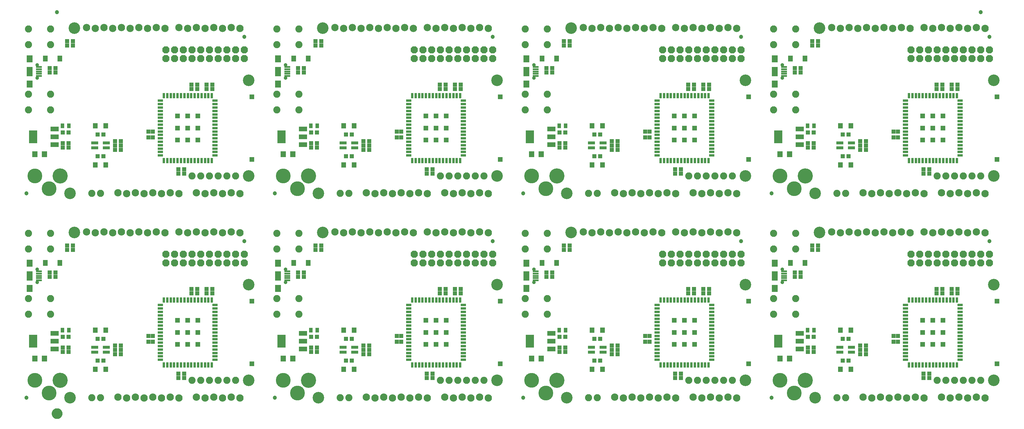
<source format=gts>
G04 EAGLE Gerber RS-274X export*
G75*
%MOMM*%
%FSLAX34Y34*%
%LPD*%
%INSoldermask Top*%
%IPPOS*%
%AMOC8*
5,1,8,0,0,1.08239X$1,22.5*%
G01*
%ADD10R,1.653200X0.603200*%
%ADD11C,1.053200*%
%ADD12R,1.700000X2.000000*%
%ADD13R,1.700000X2.700000*%
%ADD14R,1.303200X1.203200*%
%ADD15R,1.473200X1.673200*%
%ADD16R,1.603200X1.803200*%
%ADD17R,1.003200X1.403200*%
%ADD18C,4.419200*%
%ADD19C,4.318000*%
%ADD20C,2.082800*%
%ADD21R,1.403200X1.603200*%
%ADD22C,3.378200*%
%ADD23C,2.133600*%
%ADD24R,1.203200X1.303200*%
%ADD25R,0.803200X1.603200*%
%ADD26R,1.603200X0.803200*%
%ADD27R,1.403200X1.403200*%
%ADD28P,2.254402X8X22.500000*%
%ADD29C,1.203200*%
%ADD30R,2.438400X1.422400*%
%ADD31R,2.403200X3.803200*%
%ADD32R,2.003200X0.953200*%
%ADD33C,1.270000*%
%ADD34C,1.703200*%


D10*
X48840Y381000D03*
X48840Y387500D03*
X48840Y394000D03*
X48840Y374500D03*
X48840Y368000D03*
D11*
X43590Y400000D03*
X43590Y362000D03*
D12*
X21590Y417840D03*
X21590Y344160D03*
D13*
X21590Y381000D03*
D14*
X80400Y390600D03*
X97400Y390600D03*
X80400Y377900D03*
X97400Y377900D03*
D15*
X67400Y419100D03*
X110400Y419100D03*
D14*
X135500Y203200D03*
X118500Y203200D03*
D16*
X36800Y139700D03*
X64800Y139700D03*
D17*
X136000Y222250D03*
X118000Y222250D03*
D18*
X110838Y76200D03*
D19*
X37630Y75946D03*
X79060Y38584D03*
D20*
X83312Y459994D03*
X18288Y459994D03*
X83312Y505206D03*
X18288Y505206D03*
X83312Y269494D03*
X18288Y269494D03*
X83312Y314706D03*
X18288Y314706D03*
D14*
X131200Y469900D03*
X148200Y469900D03*
X131200Y457200D03*
X148200Y457200D03*
X270900Y152400D03*
X287900Y152400D03*
X270900Y165100D03*
X287900Y165100D03*
X270900Y177800D03*
X287900Y177800D03*
D21*
X243600Y222250D03*
X213600Y222250D03*
D14*
X237100Y196850D03*
X220100Y196850D03*
D21*
X243600Y107950D03*
X213600Y107950D03*
D14*
X237100Y133350D03*
X220100Y133350D03*
D22*
X152400Y508000D03*
X660400Y355600D03*
X660400Y76200D03*
X139700Y25400D03*
D23*
X279400Y26670D03*
X304800Y24130D03*
X330200Y26670D03*
X355600Y24130D03*
X381000Y26670D03*
X406400Y24130D03*
X431800Y26670D03*
X457200Y24130D03*
X508000Y26670D03*
X533400Y24130D03*
X558800Y26670D03*
X584200Y24130D03*
X609600Y26670D03*
X635000Y24130D03*
X635000Y506730D03*
X609600Y509270D03*
X584200Y506730D03*
X558800Y509270D03*
X533400Y506730D03*
X508000Y509270D03*
X482600Y506730D03*
X457200Y509270D03*
X416560Y506730D03*
X391160Y509270D03*
X365760Y506730D03*
X340360Y509270D03*
X314960Y506730D03*
X289560Y509270D03*
X264160Y506730D03*
X238760Y509270D03*
X213360Y506730D03*
X187960Y509270D03*
D14*
X455050Y95250D03*
X472050Y95250D03*
X510150Y330200D03*
X493150Y330200D03*
D24*
X381000Y188350D03*
X381000Y205350D03*
D14*
X537600Y330200D03*
X554600Y330200D03*
X455050Y82550D03*
X472050Y82550D03*
X510150Y342900D03*
X493150Y342900D03*
D24*
X368300Y188350D03*
X368300Y205350D03*
D14*
X537600Y342900D03*
X554600Y342900D03*
D25*
X553100Y310900D03*
X543100Y310900D03*
X533100Y310900D03*
X523100Y310900D03*
X513100Y310900D03*
X503100Y310900D03*
X493100Y310900D03*
X483100Y310900D03*
X473100Y310900D03*
X463100Y310900D03*
X453100Y310900D03*
X443100Y310900D03*
X433100Y310900D03*
X423100Y310900D03*
X413100Y310900D03*
D26*
X403100Y295900D03*
X403100Y285900D03*
X403100Y275900D03*
X403100Y265900D03*
X403100Y255900D03*
X403100Y245900D03*
X403100Y235900D03*
X403100Y225900D03*
X403100Y215900D03*
X403100Y205900D03*
X403100Y195900D03*
X403100Y185900D03*
X403100Y175900D03*
X403100Y165900D03*
X403100Y155900D03*
X403100Y145900D03*
X403100Y135900D03*
D25*
X413100Y120900D03*
X423100Y120900D03*
X433100Y120900D03*
X443100Y120900D03*
X453100Y120900D03*
X463100Y120900D03*
X473100Y120900D03*
X483100Y120900D03*
X493100Y120900D03*
X503100Y120900D03*
X513100Y120900D03*
X523100Y120900D03*
X533100Y120900D03*
X543100Y120900D03*
X553100Y120900D03*
D26*
X562100Y135900D03*
X562100Y145900D03*
X562100Y155900D03*
X562100Y165900D03*
X562100Y175900D03*
X562100Y185900D03*
X562100Y195900D03*
X562100Y205900D03*
X562100Y215900D03*
X562100Y225900D03*
X562100Y235900D03*
X562100Y245900D03*
X562100Y255900D03*
X562100Y265900D03*
X562100Y275900D03*
X562100Y285900D03*
X562100Y295900D03*
D27*
X512600Y250900D03*
X482600Y250900D03*
X452600Y250900D03*
X512600Y215900D03*
X482600Y215900D03*
X452600Y215900D03*
X512600Y180900D03*
X482600Y180900D03*
X452600Y180900D03*
X669300Y124700D03*
X669300Y307100D03*
D28*
X419100Y419100D03*
X419100Y444500D03*
X444500Y419100D03*
X444500Y444500D03*
X469900Y419100D03*
X469900Y444500D03*
X495300Y419100D03*
X495300Y444500D03*
X520700Y419100D03*
X520700Y444500D03*
X546100Y419100D03*
X546100Y444500D03*
X571500Y419100D03*
X571500Y444500D03*
X596900Y419100D03*
X596900Y444500D03*
X622300Y419100D03*
X622300Y444500D03*
X647700Y419100D03*
X647700Y444500D03*
D20*
X622300Y76200D03*
X596900Y76200D03*
X571500Y76200D03*
X546100Y76200D03*
X520700Y76200D03*
X495300Y76200D03*
X228600Y25400D03*
X203200Y25400D03*
D29*
X12700Y25400D03*
X647700Y482600D03*
D14*
X135500Y158750D03*
X118500Y158750D03*
X118500Y171450D03*
X135500Y171450D03*
D30*
X94488Y167386D03*
X94488Y190500D03*
X94488Y213614D03*
D31*
X32510Y190500D03*
D32*
X245600Y172350D03*
X245600Y157850D03*
X211600Y157850D03*
X211600Y172350D03*
D10*
X772740Y381000D03*
X772740Y387500D03*
X772740Y394000D03*
X772740Y374500D03*
X772740Y368000D03*
D11*
X767490Y400000D03*
X767490Y362000D03*
D12*
X745490Y417840D03*
X745490Y344160D03*
D13*
X745490Y381000D03*
D14*
X804300Y390600D03*
X821300Y390600D03*
X804300Y377900D03*
X821300Y377900D03*
D15*
X791300Y419100D03*
X834300Y419100D03*
D14*
X859400Y203200D03*
X842400Y203200D03*
D16*
X760700Y139700D03*
X788700Y139700D03*
D17*
X859900Y222250D03*
X841900Y222250D03*
D18*
X834738Y76200D03*
D19*
X761530Y75946D03*
X802960Y38584D03*
D20*
X807212Y459994D03*
X742188Y459994D03*
X807212Y505206D03*
X742188Y505206D03*
X807212Y269494D03*
X742188Y269494D03*
X807212Y314706D03*
X742188Y314706D03*
D14*
X855100Y469900D03*
X872100Y469900D03*
X855100Y457200D03*
X872100Y457200D03*
X994800Y152400D03*
X1011800Y152400D03*
X994800Y165100D03*
X1011800Y165100D03*
X994800Y177800D03*
X1011800Y177800D03*
D21*
X967500Y222250D03*
X937500Y222250D03*
D14*
X961000Y196850D03*
X944000Y196850D03*
D21*
X967500Y107950D03*
X937500Y107950D03*
D14*
X961000Y133350D03*
X944000Y133350D03*
D22*
X876300Y508000D03*
X1384300Y355600D03*
X1384300Y76200D03*
X863600Y25400D03*
D23*
X1003300Y26670D03*
X1028700Y24130D03*
X1054100Y26670D03*
X1079500Y24130D03*
X1104900Y26670D03*
X1130300Y24130D03*
X1155700Y26670D03*
X1181100Y24130D03*
X1231900Y26670D03*
X1257300Y24130D03*
X1282700Y26670D03*
X1308100Y24130D03*
X1333500Y26670D03*
X1358900Y24130D03*
X1358900Y506730D03*
X1333500Y509270D03*
X1308100Y506730D03*
X1282700Y509270D03*
X1257300Y506730D03*
X1231900Y509270D03*
X1206500Y506730D03*
X1181100Y509270D03*
X1140460Y506730D03*
X1115060Y509270D03*
X1089660Y506730D03*
X1064260Y509270D03*
X1038860Y506730D03*
X1013460Y509270D03*
X988060Y506730D03*
X962660Y509270D03*
X937260Y506730D03*
X911860Y509270D03*
D14*
X1178950Y95250D03*
X1195950Y95250D03*
X1234050Y330200D03*
X1217050Y330200D03*
D24*
X1104900Y188350D03*
X1104900Y205350D03*
D14*
X1261500Y330200D03*
X1278500Y330200D03*
X1178950Y82550D03*
X1195950Y82550D03*
X1234050Y342900D03*
X1217050Y342900D03*
D24*
X1092200Y188350D03*
X1092200Y205350D03*
D14*
X1261500Y342900D03*
X1278500Y342900D03*
D25*
X1277000Y310900D03*
X1267000Y310900D03*
X1257000Y310900D03*
X1247000Y310900D03*
X1237000Y310900D03*
X1227000Y310900D03*
X1217000Y310900D03*
X1207000Y310900D03*
X1197000Y310900D03*
X1187000Y310900D03*
X1177000Y310900D03*
X1167000Y310900D03*
X1157000Y310900D03*
X1147000Y310900D03*
X1137000Y310900D03*
D26*
X1127000Y295900D03*
X1127000Y285900D03*
X1127000Y275900D03*
X1127000Y265900D03*
X1127000Y255900D03*
X1127000Y245900D03*
X1127000Y235900D03*
X1127000Y225900D03*
X1127000Y215900D03*
X1127000Y205900D03*
X1127000Y195900D03*
X1127000Y185900D03*
X1127000Y175900D03*
X1127000Y165900D03*
X1127000Y155900D03*
X1127000Y145900D03*
X1127000Y135900D03*
D25*
X1137000Y120900D03*
X1147000Y120900D03*
X1157000Y120900D03*
X1167000Y120900D03*
X1177000Y120900D03*
X1187000Y120900D03*
X1197000Y120900D03*
X1207000Y120900D03*
X1217000Y120900D03*
X1227000Y120900D03*
X1237000Y120900D03*
X1247000Y120900D03*
X1257000Y120900D03*
X1267000Y120900D03*
X1277000Y120900D03*
D26*
X1286000Y135900D03*
X1286000Y145900D03*
X1286000Y155900D03*
X1286000Y165900D03*
X1286000Y175900D03*
X1286000Y185900D03*
X1286000Y195900D03*
X1286000Y205900D03*
X1286000Y215900D03*
X1286000Y225900D03*
X1286000Y235900D03*
X1286000Y245900D03*
X1286000Y255900D03*
X1286000Y265900D03*
X1286000Y275900D03*
X1286000Y285900D03*
X1286000Y295900D03*
D27*
X1236500Y250900D03*
X1206500Y250900D03*
X1176500Y250900D03*
X1236500Y215900D03*
X1206500Y215900D03*
X1176500Y215900D03*
X1236500Y180900D03*
X1206500Y180900D03*
X1176500Y180900D03*
X1393200Y124700D03*
X1393200Y307100D03*
D28*
X1143000Y419100D03*
X1143000Y444500D03*
X1168400Y419100D03*
X1168400Y444500D03*
X1193800Y419100D03*
X1193800Y444500D03*
X1219200Y419100D03*
X1219200Y444500D03*
X1244600Y419100D03*
X1244600Y444500D03*
X1270000Y419100D03*
X1270000Y444500D03*
X1295400Y419100D03*
X1295400Y444500D03*
X1320800Y419100D03*
X1320800Y444500D03*
X1346200Y419100D03*
X1346200Y444500D03*
X1371600Y419100D03*
X1371600Y444500D03*
D20*
X1346200Y76200D03*
X1320800Y76200D03*
X1295400Y76200D03*
X1270000Y76200D03*
X1244600Y76200D03*
X1219200Y76200D03*
X952500Y25400D03*
X927100Y25400D03*
D29*
X736600Y25400D03*
X1371600Y482600D03*
D14*
X859400Y158750D03*
X842400Y158750D03*
X842400Y171450D03*
X859400Y171450D03*
D30*
X818388Y167386D03*
X818388Y190500D03*
X818388Y213614D03*
D31*
X756410Y190500D03*
D32*
X969500Y172350D03*
X969500Y157850D03*
X935500Y157850D03*
X935500Y172350D03*
D10*
X1496640Y381000D03*
X1496640Y387500D03*
X1496640Y394000D03*
X1496640Y374500D03*
X1496640Y368000D03*
D11*
X1491390Y400000D03*
X1491390Y362000D03*
D12*
X1469390Y417840D03*
X1469390Y344160D03*
D13*
X1469390Y381000D03*
D14*
X1528200Y390600D03*
X1545200Y390600D03*
X1528200Y377900D03*
X1545200Y377900D03*
D15*
X1515200Y419100D03*
X1558200Y419100D03*
D14*
X1583300Y203200D03*
X1566300Y203200D03*
D16*
X1484600Y139700D03*
X1512600Y139700D03*
D17*
X1583800Y222250D03*
X1565800Y222250D03*
D18*
X1558638Y76200D03*
D19*
X1485430Y75946D03*
X1526860Y38584D03*
D20*
X1531112Y459994D03*
X1466088Y459994D03*
X1531112Y505206D03*
X1466088Y505206D03*
X1531112Y269494D03*
X1466088Y269494D03*
X1531112Y314706D03*
X1466088Y314706D03*
D14*
X1579000Y469900D03*
X1596000Y469900D03*
X1579000Y457200D03*
X1596000Y457200D03*
X1718700Y152400D03*
X1735700Y152400D03*
X1718700Y165100D03*
X1735700Y165100D03*
X1718700Y177800D03*
X1735700Y177800D03*
D21*
X1691400Y222250D03*
X1661400Y222250D03*
D14*
X1684900Y196850D03*
X1667900Y196850D03*
D21*
X1691400Y107950D03*
X1661400Y107950D03*
D14*
X1684900Y133350D03*
X1667900Y133350D03*
D22*
X1600200Y508000D03*
X2108200Y355600D03*
X2108200Y76200D03*
X1587500Y25400D03*
D23*
X1727200Y26670D03*
X1752600Y24130D03*
X1778000Y26670D03*
X1803400Y24130D03*
X1828800Y26670D03*
X1854200Y24130D03*
X1879600Y26670D03*
X1905000Y24130D03*
X1955800Y26670D03*
X1981200Y24130D03*
X2006600Y26670D03*
X2032000Y24130D03*
X2057400Y26670D03*
X2082800Y24130D03*
X2082800Y506730D03*
X2057400Y509270D03*
X2032000Y506730D03*
X2006600Y509270D03*
X1981200Y506730D03*
X1955800Y509270D03*
X1930400Y506730D03*
X1905000Y509270D03*
X1864360Y506730D03*
X1838960Y509270D03*
X1813560Y506730D03*
X1788160Y509270D03*
X1762760Y506730D03*
X1737360Y509270D03*
X1711960Y506730D03*
X1686560Y509270D03*
X1661160Y506730D03*
X1635760Y509270D03*
D14*
X1902850Y95250D03*
X1919850Y95250D03*
X1957950Y330200D03*
X1940950Y330200D03*
D24*
X1828800Y188350D03*
X1828800Y205350D03*
D14*
X1985400Y330200D03*
X2002400Y330200D03*
X1902850Y82550D03*
X1919850Y82550D03*
X1957950Y342900D03*
X1940950Y342900D03*
D24*
X1816100Y188350D03*
X1816100Y205350D03*
D14*
X1985400Y342900D03*
X2002400Y342900D03*
D25*
X2000900Y310900D03*
X1990900Y310900D03*
X1980900Y310900D03*
X1970900Y310900D03*
X1960900Y310900D03*
X1950900Y310900D03*
X1940900Y310900D03*
X1930900Y310900D03*
X1920900Y310900D03*
X1910900Y310900D03*
X1900900Y310900D03*
X1890900Y310900D03*
X1880900Y310900D03*
X1870900Y310900D03*
X1860900Y310900D03*
D26*
X1850900Y295900D03*
X1850900Y285900D03*
X1850900Y275900D03*
X1850900Y265900D03*
X1850900Y255900D03*
X1850900Y245900D03*
X1850900Y235900D03*
X1850900Y225900D03*
X1850900Y215900D03*
X1850900Y205900D03*
X1850900Y195900D03*
X1850900Y185900D03*
X1850900Y175900D03*
X1850900Y165900D03*
X1850900Y155900D03*
X1850900Y145900D03*
X1850900Y135900D03*
D25*
X1860900Y120900D03*
X1870900Y120900D03*
X1880900Y120900D03*
X1890900Y120900D03*
X1900900Y120900D03*
X1910900Y120900D03*
X1920900Y120900D03*
X1930900Y120900D03*
X1940900Y120900D03*
X1950900Y120900D03*
X1960900Y120900D03*
X1970900Y120900D03*
X1980900Y120900D03*
X1990900Y120900D03*
X2000900Y120900D03*
D26*
X2009900Y135900D03*
X2009900Y145900D03*
X2009900Y155900D03*
X2009900Y165900D03*
X2009900Y175900D03*
X2009900Y185900D03*
X2009900Y195900D03*
X2009900Y205900D03*
X2009900Y215900D03*
X2009900Y225900D03*
X2009900Y235900D03*
X2009900Y245900D03*
X2009900Y255900D03*
X2009900Y265900D03*
X2009900Y275900D03*
X2009900Y285900D03*
X2009900Y295900D03*
D27*
X1960400Y250900D03*
X1930400Y250900D03*
X1900400Y250900D03*
X1960400Y215900D03*
X1930400Y215900D03*
X1900400Y215900D03*
X1960400Y180900D03*
X1930400Y180900D03*
X1900400Y180900D03*
X2117100Y124700D03*
X2117100Y307100D03*
D28*
X1866900Y419100D03*
X1866900Y444500D03*
X1892300Y419100D03*
X1892300Y444500D03*
X1917700Y419100D03*
X1917700Y444500D03*
X1943100Y419100D03*
X1943100Y444500D03*
X1968500Y419100D03*
X1968500Y444500D03*
X1993900Y419100D03*
X1993900Y444500D03*
X2019300Y419100D03*
X2019300Y444500D03*
X2044700Y419100D03*
X2044700Y444500D03*
X2070100Y419100D03*
X2070100Y444500D03*
X2095500Y419100D03*
X2095500Y444500D03*
D20*
X2070100Y76200D03*
X2044700Y76200D03*
X2019300Y76200D03*
X1993900Y76200D03*
X1968500Y76200D03*
X1943100Y76200D03*
X1676400Y25400D03*
X1651000Y25400D03*
D29*
X1460500Y25400D03*
X2095500Y482600D03*
D14*
X1583300Y158750D03*
X1566300Y158750D03*
X1566300Y171450D03*
X1583300Y171450D03*
D30*
X1542288Y167386D03*
X1542288Y190500D03*
X1542288Y213614D03*
D31*
X1480310Y190500D03*
D32*
X1693400Y172350D03*
X1693400Y157850D03*
X1659400Y157850D03*
X1659400Y172350D03*
D10*
X2220540Y381000D03*
X2220540Y387500D03*
X2220540Y394000D03*
X2220540Y374500D03*
X2220540Y368000D03*
D11*
X2215290Y400000D03*
X2215290Y362000D03*
D12*
X2193290Y417840D03*
X2193290Y344160D03*
D13*
X2193290Y381000D03*
D14*
X2252100Y390600D03*
X2269100Y390600D03*
X2252100Y377900D03*
X2269100Y377900D03*
D15*
X2239100Y419100D03*
X2282100Y419100D03*
D14*
X2307200Y203200D03*
X2290200Y203200D03*
D16*
X2208500Y139700D03*
X2236500Y139700D03*
D17*
X2307700Y222250D03*
X2289700Y222250D03*
D18*
X2282538Y76200D03*
D19*
X2209330Y75946D03*
X2250760Y38584D03*
D20*
X2255012Y459994D03*
X2189988Y459994D03*
X2255012Y505206D03*
X2189988Y505206D03*
X2255012Y269494D03*
X2189988Y269494D03*
X2255012Y314706D03*
X2189988Y314706D03*
D14*
X2302900Y469900D03*
X2319900Y469900D03*
X2302900Y457200D03*
X2319900Y457200D03*
X2442600Y152400D03*
X2459600Y152400D03*
X2442600Y165100D03*
X2459600Y165100D03*
X2442600Y177800D03*
X2459600Y177800D03*
D21*
X2415300Y222250D03*
X2385300Y222250D03*
D14*
X2408800Y196850D03*
X2391800Y196850D03*
D21*
X2415300Y107950D03*
X2385300Y107950D03*
D14*
X2408800Y133350D03*
X2391800Y133350D03*
D22*
X2324100Y508000D03*
X2832100Y355600D03*
X2832100Y76200D03*
X2311400Y25400D03*
D23*
X2451100Y26670D03*
X2476500Y24130D03*
X2501900Y26670D03*
X2527300Y24130D03*
X2552700Y26670D03*
X2578100Y24130D03*
X2603500Y26670D03*
X2628900Y24130D03*
X2679700Y26670D03*
X2705100Y24130D03*
X2730500Y26670D03*
X2755900Y24130D03*
X2781300Y26670D03*
X2806700Y24130D03*
X2806700Y506730D03*
X2781300Y509270D03*
X2755900Y506730D03*
X2730500Y509270D03*
X2705100Y506730D03*
X2679700Y509270D03*
X2654300Y506730D03*
X2628900Y509270D03*
X2588260Y506730D03*
X2562860Y509270D03*
X2537460Y506730D03*
X2512060Y509270D03*
X2486660Y506730D03*
X2461260Y509270D03*
X2435860Y506730D03*
X2410460Y509270D03*
X2385060Y506730D03*
X2359660Y509270D03*
D14*
X2626750Y95250D03*
X2643750Y95250D03*
X2681850Y330200D03*
X2664850Y330200D03*
D24*
X2552700Y188350D03*
X2552700Y205350D03*
D14*
X2709300Y330200D03*
X2726300Y330200D03*
X2626750Y82550D03*
X2643750Y82550D03*
X2681850Y342900D03*
X2664850Y342900D03*
D24*
X2540000Y188350D03*
X2540000Y205350D03*
D14*
X2709300Y342900D03*
X2726300Y342900D03*
D25*
X2724800Y310900D03*
X2714800Y310900D03*
X2704800Y310900D03*
X2694800Y310900D03*
X2684800Y310900D03*
X2674800Y310900D03*
X2664800Y310900D03*
X2654800Y310900D03*
X2644800Y310900D03*
X2634800Y310900D03*
X2624800Y310900D03*
X2614800Y310900D03*
X2604800Y310900D03*
X2594800Y310900D03*
X2584800Y310900D03*
D26*
X2574800Y295900D03*
X2574800Y285900D03*
X2574800Y275900D03*
X2574800Y265900D03*
X2574800Y255900D03*
X2574800Y245900D03*
X2574800Y235900D03*
X2574800Y225900D03*
X2574800Y215900D03*
X2574800Y205900D03*
X2574800Y195900D03*
X2574800Y185900D03*
X2574800Y175900D03*
X2574800Y165900D03*
X2574800Y155900D03*
X2574800Y145900D03*
X2574800Y135900D03*
D25*
X2584800Y120900D03*
X2594800Y120900D03*
X2604800Y120900D03*
X2614800Y120900D03*
X2624800Y120900D03*
X2634800Y120900D03*
X2644800Y120900D03*
X2654800Y120900D03*
X2664800Y120900D03*
X2674800Y120900D03*
X2684800Y120900D03*
X2694800Y120900D03*
X2704800Y120900D03*
X2714800Y120900D03*
X2724800Y120900D03*
D26*
X2733800Y135900D03*
X2733800Y145900D03*
X2733800Y155900D03*
X2733800Y165900D03*
X2733800Y175900D03*
X2733800Y185900D03*
X2733800Y195900D03*
X2733800Y205900D03*
X2733800Y215900D03*
X2733800Y225900D03*
X2733800Y235900D03*
X2733800Y245900D03*
X2733800Y255900D03*
X2733800Y265900D03*
X2733800Y275900D03*
X2733800Y285900D03*
X2733800Y295900D03*
D27*
X2684300Y250900D03*
X2654300Y250900D03*
X2624300Y250900D03*
X2684300Y215900D03*
X2654300Y215900D03*
X2624300Y215900D03*
X2684300Y180900D03*
X2654300Y180900D03*
X2624300Y180900D03*
X2841000Y124700D03*
X2841000Y307100D03*
D28*
X2590800Y419100D03*
X2590800Y444500D03*
X2616200Y419100D03*
X2616200Y444500D03*
X2641600Y419100D03*
X2641600Y444500D03*
X2667000Y419100D03*
X2667000Y444500D03*
X2692400Y419100D03*
X2692400Y444500D03*
X2717800Y419100D03*
X2717800Y444500D03*
X2743200Y419100D03*
X2743200Y444500D03*
X2768600Y419100D03*
X2768600Y444500D03*
X2794000Y419100D03*
X2794000Y444500D03*
X2819400Y419100D03*
X2819400Y444500D03*
D20*
X2794000Y76200D03*
X2768600Y76200D03*
X2743200Y76200D03*
X2717800Y76200D03*
X2692400Y76200D03*
X2667000Y76200D03*
X2400300Y25400D03*
X2374900Y25400D03*
D29*
X2184400Y25400D03*
X2819400Y482600D03*
D14*
X2307200Y158750D03*
X2290200Y158750D03*
X2290200Y171450D03*
X2307200Y171450D03*
D30*
X2266188Y167386D03*
X2266188Y190500D03*
X2266188Y213614D03*
D31*
X2204210Y190500D03*
D32*
X2417300Y172350D03*
X2417300Y157850D03*
X2383300Y157850D03*
X2383300Y172350D03*
D10*
X48840Y977900D03*
X48840Y984400D03*
X48840Y990900D03*
X48840Y971400D03*
X48840Y964900D03*
D11*
X43590Y996900D03*
X43590Y958900D03*
D12*
X21590Y1014740D03*
X21590Y941060D03*
D13*
X21590Y977900D03*
D14*
X80400Y987500D03*
X97400Y987500D03*
X80400Y974800D03*
X97400Y974800D03*
D15*
X67400Y1016000D03*
X110400Y1016000D03*
D14*
X135500Y800100D03*
X118500Y800100D03*
D16*
X36800Y736600D03*
X64800Y736600D03*
D17*
X136000Y819150D03*
X118000Y819150D03*
D18*
X110838Y673100D03*
D19*
X37630Y672846D03*
X79060Y635484D03*
D20*
X83312Y1056894D03*
X18288Y1056894D03*
X83312Y1102106D03*
X18288Y1102106D03*
X83312Y866394D03*
X18288Y866394D03*
X83312Y911606D03*
X18288Y911606D03*
D14*
X131200Y1066800D03*
X148200Y1066800D03*
X131200Y1054100D03*
X148200Y1054100D03*
X270900Y749300D03*
X287900Y749300D03*
X270900Y762000D03*
X287900Y762000D03*
X270900Y774700D03*
X287900Y774700D03*
D21*
X243600Y819150D03*
X213600Y819150D03*
D14*
X237100Y793750D03*
X220100Y793750D03*
D21*
X243600Y704850D03*
X213600Y704850D03*
D14*
X237100Y730250D03*
X220100Y730250D03*
D22*
X152400Y1104900D03*
X660400Y952500D03*
X660400Y673100D03*
X139700Y622300D03*
D23*
X279400Y623570D03*
X304800Y621030D03*
X330200Y623570D03*
X355600Y621030D03*
X381000Y623570D03*
X406400Y621030D03*
X431800Y623570D03*
X457200Y621030D03*
X508000Y623570D03*
X533400Y621030D03*
X558800Y623570D03*
X584200Y621030D03*
X609600Y623570D03*
X635000Y621030D03*
X635000Y1103630D03*
X609600Y1106170D03*
X584200Y1103630D03*
X558800Y1106170D03*
X533400Y1103630D03*
X508000Y1106170D03*
X482600Y1103630D03*
X457200Y1106170D03*
X416560Y1103630D03*
X391160Y1106170D03*
X365760Y1103630D03*
X340360Y1106170D03*
X314960Y1103630D03*
X289560Y1106170D03*
X264160Y1103630D03*
X238760Y1106170D03*
X213360Y1103630D03*
X187960Y1106170D03*
D14*
X455050Y692150D03*
X472050Y692150D03*
X510150Y927100D03*
X493150Y927100D03*
D24*
X381000Y785250D03*
X381000Y802250D03*
D14*
X537600Y927100D03*
X554600Y927100D03*
X455050Y679450D03*
X472050Y679450D03*
X510150Y939800D03*
X493150Y939800D03*
D24*
X368300Y785250D03*
X368300Y802250D03*
D14*
X537600Y939800D03*
X554600Y939800D03*
D25*
X553100Y907800D03*
X543100Y907800D03*
X533100Y907800D03*
X523100Y907800D03*
X513100Y907800D03*
X503100Y907800D03*
X493100Y907800D03*
X483100Y907800D03*
X473100Y907800D03*
X463100Y907800D03*
X453100Y907800D03*
X443100Y907800D03*
X433100Y907800D03*
X423100Y907800D03*
X413100Y907800D03*
D26*
X403100Y892800D03*
X403100Y882800D03*
X403100Y872800D03*
X403100Y862800D03*
X403100Y852800D03*
X403100Y842800D03*
X403100Y832800D03*
X403100Y822800D03*
X403100Y812800D03*
X403100Y802800D03*
X403100Y792800D03*
X403100Y782800D03*
X403100Y772800D03*
X403100Y762800D03*
X403100Y752800D03*
X403100Y742800D03*
X403100Y732800D03*
D25*
X413100Y717800D03*
X423100Y717800D03*
X433100Y717800D03*
X443100Y717800D03*
X453100Y717800D03*
X463100Y717800D03*
X473100Y717800D03*
X483100Y717800D03*
X493100Y717800D03*
X503100Y717800D03*
X513100Y717800D03*
X523100Y717800D03*
X533100Y717800D03*
X543100Y717800D03*
X553100Y717800D03*
D26*
X562100Y732800D03*
X562100Y742800D03*
X562100Y752800D03*
X562100Y762800D03*
X562100Y772800D03*
X562100Y782800D03*
X562100Y792800D03*
X562100Y802800D03*
X562100Y812800D03*
X562100Y822800D03*
X562100Y832800D03*
X562100Y842800D03*
X562100Y852800D03*
X562100Y862800D03*
X562100Y872800D03*
X562100Y882800D03*
X562100Y892800D03*
D27*
X512600Y847800D03*
X482600Y847800D03*
X452600Y847800D03*
X512600Y812800D03*
X482600Y812800D03*
X452600Y812800D03*
X512600Y777800D03*
X482600Y777800D03*
X452600Y777800D03*
X669300Y721600D03*
X669300Y904000D03*
D28*
X419100Y1016000D03*
X419100Y1041400D03*
X444500Y1016000D03*
X444500Y1041400D03*
X469900Y1016000D03*
X469900Y1041400D03*
X495300Y1016000D03*
X495300Y1041400D03*
X520700Y1016000D03*
X520700Y1041400D03*
X546100Y1016000D03*
X546100Y1041400D03*
X571500Y1016000D03*
X571500Y1041400D03*
X596900Y1016000D03*
X596900Y1041400D03*
X622300Y1016000D03*
X622300Y1041400D03*
X647700Y1016000D03*
X647700Y1041400D03*
D20*
X622300Y673100D03*
X596900Y673100D03*
X571500Y673100D03*
X546100Y673100D03*
X520700Y673100D03*
X495300Y673100D03*
X228600Y622300D03*
X203200Y622300D03*
D29*
X12700Y622300D03*
X647700Y1079500D03*
D14*
X135500Y755650D03*
X118500Y755650D03*
X118500Y768350D03*
X135500Y768350D03*
D30*
X94488Y764286D03*
X94488Y787400D03*
X94488Y810514D03*
D31*
X32510Y787400D03*
D32*
X245600Y769250D03*
X245600Y754750D03*
X211600Y754750D03*
X211600Y769250D03*
D10*
X772740Y977900D03*
X772740Y984400D03*
X772740Y990900D03*
X772740Y971400D03*
X772740Y964900D03*
D11*
X767490Y996900D03*
X767490Y958900D03*
D12*
X745490Y1014740D03*
X745490Y941060D03*
D13*
X745490Y977900D03*
D14*
X804300Y987500D03*
X821300Y987500D03*
X804300Y974800D03*
X821300Y974800D03*
D15*
X791300Y1016000D03*
X834300Y1016000D03*
D14*
X859400Y800100D03*
X842400Y800100D03*
D16*
X760700Y736600D03*
X788700Y736600D03*
D17*
X859900Y819150D03*
X841900Y819150D03*
D18*
X834738Y673100D03*
D19*
X761530Y672846D03*
X802960Y635484D03*
D20*
X807212Y1056894D03*
X742188Y1056894D03*
X807212Y1102106D03*
X742188Y1102106D03*
X807212Y866394D03*
X742188Y866394D03*
X807212Y911606D03*
X742188Y911606D03*
D14*
X855100Y1066800D03*
X872100Y1066800D03*
X855100Y1054100D03*
X872100Y1054100D03*
X994800Y749300D03*
X1011800Y749300D03*
X994800Y762000D03*
X1011800Y762000D03*
X994800Y774700D03*
X1011800Y774700D03*
D21*
X967500Y819150D03*
X937500Y819150D03*
D14*
X961000Y793750D03*
X944000Y793750D03*
D21*
X967500Y704850D03*
X937500Y704850D03*
D14*
X961000Y730250D03*
X944000Y730250D03*
D22*
X876300Y1104900D03*
X1384300Y952500D03*
X1384300Y673100D03*
X863600Y622300D03*
D23*
X1003300Y623570D03*
X1028700Y621030D03*
X1054100Y623570D03*
X1079500Y621030D03*
X1104900Y623570D03*
X1130300Y621030D03*
X1155700Y623570D03*
X1181100Y621030D03*
X1231900Y623570D03*
X1257300Y621030D03*
X1282700Y623570D03*
X1308100Y621030D03*
X1333500Y623570D03*
X1358900Y621030D03*
X1358900Y1103630D03*
X1333500Y1106170D03*
X1308100Y1103630D03*
X1282700Y1106170D03*
X1257300Y1103630D03*
X1231900Y1106170D03*
X1206500Y1103630D03*
X1181100Y1106170D03*
X1140460Y1103630D03*
X1115060Y1106170D03*
X1089660Y1103630D03*
X1064260Y1106170D03*
X1038860Y1103630D03*
X1013460Y1106170D03*
X988060Y1103630D03*
X962660Y1106170D03*
X937260Y1103630D03*
X911860Y1106170D03*
D14*
X1178950Y692150D03*
X1195950Y692150D03*
X1234050Y927100D03*
X1217050Y927100D03*
D24*
X1104900Y785250D03*
X1104900Y802250D03*
D14*
X1261500Y927100D03*
X1278500Y927100D03*
X1178950Y679450D03*
X1195950Y679450D03*
X1234050Y939800D03*
X1217050Y939800D03*
D24*
X1092200Y785250D03*
X1092200Y802250D03*
D14*
X1261500Y939800D03*
X1278500Y939800D03*
D25*
X1277000Y907800D03*
X1267000Y907800D03*
X1257000Y907800D03*
X1247000Y907800D03*
X1237000Y907800D03*
X1227000Y907800D03*
X1217000Y907800D03*
X1207000Y907800D03*
X1197000Y907800D03*
X1187000Y907800D03*
X1177000Y907800D03*
X1167000Y907800D03*
X1157000Y907800D03*
X1147000Y907800D03*
X1137000Y907800D03*
D26*
X1127000Y892800D03*
X1127000Y882800D03*
X1127000Y872800D03*
X1127000Y862800D03*
X1127000Y852800D03*
X1127000Y842800D03*
X1127000Y832800D03*
X1127000Y822800D03*
X1127000Y812800D03*
X1127000Y802800D03*
X1127000Y792800D03*
X1127000Y782800D03*
X1127000Y772800D03*
X1127000Y762800D03*
X1127000Y752800D03*
X1127000Y742800D03*
X1127000Y732800D03*
D25*
X1137000Y717800D03*
X1147000Y717800D03*
X1157000Y717800D03*
X1167000Y717800D03*
X1177000Y717800D03*
X1187000Y717800D03*
X1197000Y717800D03*
X1207000Y717800D03*
X1217000Y717800D03*
X1227000Y717800D03*
X1237000Y717800D03*
X1247000Y717800D03*
X1257000Y717800D03*
X1267000Y717800D03*
X1277000Y717800D03*
D26*
X1286000Y732800D03*
X1286000Y742800D03*
X1286000Y752800D03*
X1286000Y762800D03*
X1286000Y772800D03*
X1286000Y782800D03*
X1286000Y792800D03*
X1286000Y802800D03*
X1286000Y812800D03*
X1286000Y822800D03*
X1286000Y832800D03*
X1286000Y842800D03*
X1286000Y852800D03*
X1286000Y862800D03*
X1286000Y872800D03*
X1286000Y882800D03*
X1286000Y892800D03*
D27*
X1236500Y847800D03*
X1206500Y847800D03*
X1176500Y847800D03*
X1236500Y812800D03*
X1206500Y812800D03*
X1176500Y812800D03*
X1236500Y777800D03*
X1206500Y777800D03*
X1176500Y777800D03*
X1393200Y721600D03*
X1393200Y904000D03*
D28*
X1143000Y1016000D03*
X1143000Y1041400D03*
X1168400Y1016000D03*
X1168400Y1041400D03*
X1193800Y1016000D03*
X1193800Y1041400D03*
X1219200Y1016000D03*
X1219200Y1041400D03*
X1244600Y1016000D03*
X1244600Y1041400D03*
X1270000Y1016000D03*
X1270000Y1041400D03*
X1295400Y1016000D03*
X1295400Y1041400D03*
X1320800Y1016000D03*
X1320800Y1041400D03*
X1346200Y1016000D03*
X1346200Y1041400D03*
X1371600Y1016000D03*
X1371600Y1041400D03*
D20*
X1346200Y673100D03*
X1320800Y673100D03*
X1295400Y673100D03*
X1270000Y673100D03*
X1244600Y673100D03*
X1219200Y673100D03*
X952500Y622300D03*
X927100Y622300D03*
D29*
X736600Y622300D03*
X1371600Y1079500D03*
D14*
X859400Y755650D03*
X842400Y755650D03*
X842400Y768350D03*
X859400Y768350D03*
D30*
X818388Y764286D03*
X818388Y787400D03*
X818388Y810514D03*
D31*
X756410Y787400D03*
D32*
X969500Y769250D03*
X969500Y754750D03*
X935500Y754750D03*
X935500Y769250D03*
D10*
X1496640Y977900D03*
X1496640Y984400D03*
X1496640Y990900D03*
X1496640Y971400D03*
X1496640Y964900D03*
D11*
X1491390Y996900D03*
X1491390Y958900D03*
D12*
X1469390Y1014740D03*
X1469390Y941060D03*
D13*
X1469390Y977900D03*
D14*
X1528200Y987500D03*
X1545200Y987500D03*
X1528200Y974800D03*
X1545200Y974800D03*
D15*
X1515200Y1016000D03*
X1558200Y1016000D03*
D14*
X1583300Y800100D03*
X1566300Y800100D03*
D16*
X1484600Y736600D03*
X1512600Y736600D03*
D17*
X1583800Y819150D03*
X1565800Y819150D03*
D18*
X1558638Y673100D03*
D19*
X1485430Y672846D03*
X1526860Y635484D03*
D20*
X1531112Y1056894D03*
X1466088Y1056894D03*
X1531112Y1102106D03*
X1466088Y1102106D03*
X1531112Y866394D03*
X1466088Y866394D03*
X1531112Y911606D03*
X1466088Y911606D03*
D14*
X1579000Y1066800D03*
X1596000Y1066800D03*
X1579000Y1054100D03*
X1596000Y1054100D03*
X1718700Y749300D03*
X1735700Y749300D03*
X1718700Y762000D03*
X1735700Y762000D03*
X1718700Y774700D03*
X1735700Y774700D03*
D21*
X1691400Y819150D03*
X1661400Y819150D03*
D14*
X1684900Y793750D03*
X1667900Y793750D03*
D21*
X1691400Y704850D03*
X1661400Y704850D03*
D14*
X1684900Y730250D03*
X1667900Y730250D03*
D22*
X1600200Y1104900D03*
X2108200Y952500D03*
X2108200Y673100D03*
X1587500Y622300D03*
D23*
X1727200Y623570D03*
X1752600Y621030D03*
X1778000Y623570D03*
X1803400Y621030D03*
X1828800Y623570D03*
X1854200Y621030D03*
X1879600Y623570D03*
X1905000Y621030D03*
X1955800Y623570D03*
X1981200Y621030D03*
X2006600Y623570D03*
X2032000Y621030D03*
X2057400Y623570D03*
X2082800Y621030D03*
X2082800Y1103630D03*
X2057400Y1106170D03*
X2032000Y1103630D03*
X2006600Y1106170D03*
X1981200Y1103630D03*
X1955800Y1106170D03*
X1930400Y1103630D03*
X1905000Y1106170D03*
X1864360Y1103630D03*
X1838960Y1106170D03*
X1813560Y1103630D03*
X1788160Y1106170D03*
X1762760Y1103630D03*
X1737360Y1106170D03*
X1711960Y1103630D03*
X1686560Y1106170D03*
X1661160Y1103630D03*
X1635760Y1106170D03*
D14*
X1902850Y692150D03*
X1919850Y692150D03*
X1957950Y927100D03*
X1940950Y927100D03*
D24*
X1828800Y785250D03*
X1828800Y802250D03*
D14*
X1985400Y927100D03*
X2002400Y927100D03*
X1902850Y679450D03*
X1919850Y679450D03*
X1957950Y939800D03*
X1940950Y939800D03*
D24*
X1816100Y785250D03*
X1816100Y802250D03*
D14*
X1985400Y939800D03*
X2002400Y939800D03*
D25*
X2000900Y907800D03*
X1990900Y907800D03*
X1980900Y907800D03*
X1970900Y907800D03*
X1960900Y907800D03*
X1950900Y907800D03*
X1940900Y907800D03*
X1930900Y907800D03*
X1920900Y907800D03*
X1910900Y907800D03*
X1900900Y907800D03*
X1890900Y907800D03*
X1880900Y907800D03*
X1870900Y907800D03*
X1860900Y907800D03*
D26*
X1850900Y892800D03*
X1850900Y882800D03*
X1850900Y872800D03*
X1850900Y862800D03*
X1850900Y852800D03*
X1850900Y842800D03*
X1850900Y832800D03*
X1850900Y822800D03*
X1850900Y812800D03*
X1850900Y802800D03*
X1850900Y792800D03*
X1850900Y782800D03*
X1850900Y772800D03*
X1850900Y762800D03*
X1850900Y752800D03*
X1850900Y742800D03*
X1850900Y732800D03*
D25*
X1860900Y717800D03*
X1870900Y717800D03*
X1880900Y717800D03*
X1890900Y717800D03*
X1900900Y717800D03*
X1910900Y717800D03*
X1920900Y717800D03*
X1930900Y717800D03*
X1940900Y717800D03*
X1950900Y717800D03*
X1960900Y717800D03*
X1970900Y717800D03*
X1980900Y717800D03*
X1990900Y717800D03*
X2000900Y717800D03*
D26*
X2009900Y732800D03*
X2009900Y742800D03*
X2009900Y752800D03*
X2009900Y762800D03*
X2009900Y772800D03*
X2009900Y782800D03*
X2009900Y792800D03*
X2009900Y802800D03*
X2009900Y812800D03*
X2009900Y822800D03*
X2009900Y832800D03*
X2009900Y842800D03*
X2009900Y852800D03*
X2009900Y862800D03*
X2009900Y872800D03*
X2009900Y882800D03*
X2009900Y892800D03*
D27*
X1960400Y847800D03*
X1930400Y847800D03*
X1900400Y847800D03*
X1960400Y812800D03*
X1930400Y812800D03*
X1900400Y812800D03*
X1960400Y777800D03*
X1930400Y777800D03*
X1900400Y777800D03*
X2117100Y721600D03*
X2117100Y904000D03*
D28*
X1866900Y1016000D03*
X1866900Y1041400D03*
X1892300Y1016000D03*
X1892300Y1041400D03*
X1917700Y1016000D03*
X1917700Y1041400D03*
X1943100Y1016000D03*
X1943100Y1041400D03*
X1968500Y1016000D03*
X1968500Y1041400D03*
X1993900Y1016000D03*
X1993900Y1041400D03*
X2019300Y1016000D03*
X2019300Y1041400D03*
X2044700Y1016000D03*
X2044700Y1041400D03*
X2070100Y1016000D03*
X2070100Y1041400D03*
X2095500Y1016000D03*
X2095500Y1041400D03*
D20*
X2070100Y673100D03*
X2044700Y673100D03*
X2019300Y673100D03*
X1993900Y673100D03*
X1968500Y673100D03*
X1943100Y673100D03*
X1676400Y622300D03*
X1651000Y622300D03*
D29*
X1460500Y622300D03*
X2095500Y1079500D03*
D14*
X1583300Y755650D03*
X1566300Y755650D03*
X1566300Y768350D03*
X1583300Y768350D03*
D30*
X1542288Y764286D03*
X1542288Y787400D03*
X1542288Y810514D03*
D31*
X1480310Y787400D03*
D32*
X1693400Y769250D03*
X1693400Y754750D03*
X1659400Y754750D03*
X1659400Y769250D03*
D10*
X2220540Y977900D03*
X2220540Y984400D03*
X2220540Y990900D03*
X2220540Y971400D03*
X2220540Y964900D03*
D11*
X2215290Y996900D03*
X2215290Y958900D03*
D12*
X2193290Y1014740D03*
X2193290Y941060D03*
D13*
X2193290Y977900D03*
D14*
X2252100Y987500D03*
X2269100Y987500D03*
X2252100Y974800D03*
X2269100Y974800D03*
D15*
X2239100Y1016000D03*
X2282100Y1016000D03*
D14*
X2307200Y800100D03*
X2290200Y800100D03*
D16*
X2208500Y736600D03*
X2236500Y736600D03*
D17*
X2307700Y819150D03*
X2289700Y819150D03*
D18*
X2282538Y673100D03*
D19*
X2209330Y672846D03*
X2250760Y635484D03*
D20*
X2255012Y1056894D03*
X2189988Y1056894D03*
X2255012Y1102106D03*
X2189988Y1102106D03*
X2255012Y866394D03*
X2189988Y866394D03*
X2255012Y911606D03*
X2189988Y911606D03*
D14*
X2302900Y1066800D03*
X2319900Y1066800D03*
X2302900Y1054100D03*
X2319900Y1054100D03*
X2442600Y749300D03*
X2459600Y749300D03*
X2442600Y762000D03*
X2459600Y762000D03*
X2442600Y774700D03*
X2459600Y774700D03*
D21*
X2415300Y819150D03*
X2385300Y819150D03*
D14*
X2408800Y793750D03*
X2391800Y793750D03*
D21*
X2415300Y704850D03*
X2385300Y704850D03*
D14*
X2408800Y730250D03*
X2391800Y730250D03*
D22*
X2324100Y1104900D03*
X2832100Y952500D03*
X2832100Y673100D03*
X2311400Y622300D03*
D23*
X2451100Y623570D03*
X2476500Y621030D03*
X2501900Y623570D03*
X2527300Y621030D03*
X2552700Y623570D03*
X2578100Y621030D03*
X2603500Y623570D03*
X2628900Y621030D03*
X2679700Y623570D03*
X2705100Y621030D03*
X2730500Y623570D03*
X2755900Y621030D03*
X2781300Y623570D03*
X2806700Y621030D03*
X2806700Y1103630D03*
X2781300Y1106170D03*
X2755900Y1103630D03*
X2730500Y1106170D03*
X2705100Y1103630D03*
X2679700Y1106170D03*
X2654300Y1103630D03*
X2628900Y1106170D03*
X2588260Y1103630D03*
X2562860Y1106170D03*
X2537460Y1103630D03*
X2512060Y1106170D03*
X2486660Y1103630D03*
X2461260Y1106170D03*
X2435860Y1103630D03*
X2410460Y1106170D03*
X2385060Y1103630D03*
X2359660Y1106170D03*
D14*
X2626750Y692150D03*
X2643750Y692150D03*
X2681850Y927100D03*
X2664850Y927100D03*
D24*
X2552700Y785250D03*
X2552700Y802250D03*
D14*
X2709300Y927100D03*
X2726300Y927100D03*
X2626750Y679450D03*
X2643750Y679450D03*
X2681850Y939800D03*
X2664850Y939800D03*
D24*
X2540000Y785250D03*
X2540000Y802250D03*
D14*
X2709300Y939800D03*
X2726300Y939800D03*
D25*
X2724800Y907800D03*
X2714800Y907800D03*
X2704800Y907800D03*
X2694800Y907800D03*
X2684800Y907800D03*
X2674800Y907800D03*
X2664800Y907800D03*
X2654800Y907800D03*
X2644800Y907800D03*
X2634800Y907800D03*
X2624800Y907800D03*
X2614800Y907800D03*
X2604800Y907800D03*
X2594800Y907800D03*
X2584800Y907800D03*
D26*
X2574800Y892800D03*
X2574800Y882800D03*
X2574800Y872800D03*
X2574800Y862800D03*
X2574800Y852800D03*
X2574800Y842800D03*
X2574800Y832800D03*
X2574800Y822800D03*
X2574800Y812800D03*
X2574800Y802800D03*
X2574800Y792800D03*
X2574800Y782800D03*
X2574800Y772800D03*
X2574800Y762800D03*
X2574800Y752800D03*
X2574800Y742800D03*
X2574800Y732800D03*
D25*
X2584800Y717800D03*
X2594800Y717800D03*
X2604800Y717800D03*
X2614800Y717800D03*
X2624800Y717800D03*
X2634800Y717800D03*
X2644800Y717800D03*
X2654800Y717800D03*
X2664800Y717800D03*
X2674800Y717800D03*
X2684800Y717800D03*
X2694800Y717800D03*
X2704800Y717800D03*
X2714800Y717800D03*
X2724800Y717800D03*
D26*
X2733800Y732800D03*
X2733800Y742800D03*
X2733800Y752800D03*
X2733800Y762800D03*
X2733800Y772800D03*
X2733800Y782800D03*
X2733800Y792800D03*
X2733800Y802800D03*
X2733800Y812800D03*
X2733800Y822800D03*
X2733800Y832800D03*
X2733800Y842800D03*
X2733800Y852800D03*
X2733800Y862800D03*
X2733800Y872800D03*
X2733800Y882800D03*
X2733800Y892800D03*
D27*
X2684300Y847800D03*
X2654300Y847800D03*
X2624300Y847800D03*
X2684300Y812800D03*
X2654300Y812800D03*
X2624300Y812800D03*
X2684300Y777800D03*
X2654300Y777800D03*
X2624300Y777800D03*
X2841000Y721600D03*
X2841000Y904000D03*
D28*
X2590800Y1016000D03*
X2590800Y1041400D03*
X2616200Y1016000D03*
X2616200Y1041400D03*
X2641600Y1016000D03*
X2641600Y1041400D03*
X2667000Y1016000D03*
X2667000Y1041400D03*
X2692400Y1016000D03*
X2692400Y1041400D03*
X2717800Y1016000D03*
X2717800Y1041400D03*
X2743200Y1016000D03*
X2743200Y1041400D03*
X2768600Y1016000D03*
X2768600Y1041400D03*
X2794000Y1016000D03*
X2794000Y1041400D03*
X2819400Y1016000D03*
X2819400Y1041400D03*
D20*
X2794000Y673100D03*
X2768600Y673100D03*
X2743200Y673100D03*
X2717800Y673100D03*
X2692400Y673100D03*
X2667000Y673100D03*
X2400300Y622300D03*
X2374900Y622300D03*
D29*
X2184400Y622300D03*
X2819400Y1079500D03*
D14*
X2307200Y755650D03*
X2290200Y755650D03*
X2290200Y768350D03*
X2307200Y768350D03*
D30*
X2266188Y764286D03*
X2266188Y787400D03*
X2266188Y810514D03*
D31*
X2204210Y787400D03*
D32*
X2417300Y769250D03*
X2417300Y754750D03*
X2383300Y754750D03*
X2383300Y769250D03*
D29*
X101600Y1151255D03*
X2794000Y1151255D03*
D33*
X92545Y-20955D02*
X92548Y-20733D01*
X92556Y-20511D01*
X92570Y-20289D01*
X92589Y-20067D01*
X92613Y-19847D01*
X92643Y-19626D01*
X92678Y-19407D01*
X92719Y-19188D01*
X92765Y-18971D01*
X92816Y-18755D01*
X92873Y-18540D01*
X92935Y-18326D01*
X93002Y-18115D01*
X93074Y-17904D01*
X93152Y-17696D01*
X93234Y-17490D01*
X93322Y-17286D01*
X93414Y-17083D01*
X93512Y-16884D01*
X93614Y-16687D01*
X93721Y-16492D01*
X93833Y-16300D01*
X93950Y-16111D01*
X94071Y-15924D01*
X94197Y-15741D01*
X94327Y-15561D01*
X94462Y-15384D01*
X94600Y-15211D01*
X94743Y-15041D01*
X94891Y-14874D01*
X95042Y-14711D01*
X95197Y-14552D01*
X95356Y-14397D01*
X95519Y-14246D01*
X95686Y-14098D01*
X95856Y-13955D01*
X96029Y-13817D01*
X96206Y-13682D01*
X96386Y-13552D01*
X96569Y-13426D01*
X96756Y-13305D01*
X96945Y-13188D01*
X97137Y-13076D01*
X97332Y-12969D01*
X97529Y-12867D01*
X97728Y-12769D01*
X97931Y-12677D01*
X98135Y-12589D01*
X98341Y-12507D01*
X98549Y-12429D01*
X98760Y-12357D01*
X98971Y-12290D01*
X99185Y-12228D01*
X99400Y-12171D01*
X99616Y-12120D01*
X99833Y-12074D01*
X100052Y-12033D01*
X100271Y-11998D01*
X100492Y-11968D01*
X100712Y-11944D01*
X100934Y-11925D01*
X101156Y-11911D01*
X101378Y-11903D01*
X101600Y-11900D01*
X101822Y-11903D01*
X102044Y-11911D01*
X102266Y-11925D01*
X102488Y-11944D01*
X102708Y-11968D01*
X102929Y-11998D01*
X103148Y-12033D01*
X103367Y-12074D01*
X103584Y-12120D01*
X103800Y-12171D01*
X104015Y-12228D01*
X104229Y-12290D01*
X104440Y-12357D01*
X104651Y-12429D01*
X104859Y-12507D01*
X105065Y-12589D01*
X105269Y-12677D01*
X105472Y-12769D01*
X105671Y-12867D01*
X105868Y-12969D01*
X106063Y-13076D01*
X106255Y-13188D01*
X106444Y-13305D01*
X106631Y-13426D01*
X106814Y-13552D01*
X106994Y-13682D01*
X107171Y-13817D01*
X107344Y-13955D01*
X107514Y-14098D01*
X107681Y-14246D01*
X107844Y-14397D01*
X108003Y-14552D01*
X108158Y-14711D01*
X108309Y-14874D01*
X108457Y-15041D01*
X108600Y-15211D01*
X108738Y-15384D01*
X108873Y-15561D01*
X109003Y-15741D01*
X109129Y-15924D01*
X109250Y-16111D01*
X109367Y-16300D01*
X109479Y-16492D01*
X109586Y-16687D01*
X109688Y-16884D01*
X109786Y-17083D01*
X109878Y-17286D01*
X109966Y-17490D01*
X110048Y-17696D01*
X110126Y-17904D01*
X110198Y-18115D01*
X110265Y-18326D01*
X110327Y-18540D01*
X110384Y-18755D01*
X110435Y-18971D01*
X110481Y-19188D01*
X110522Y-19407D01*
X110557Y-19626D01*
X110587Y-19847D01*
X110611Y-20067D01*
X110630Y-20289D01*
X110644Y-20511D01*
X110652Y-20733D01*
X110655Y-20955D01*
X110652Y-21177D01*
X110644Y-21399D01*
X110630Y-21621D01*
X110611Y-21843D01*
X110587Y-22063D01*
X110557Y-22284D01*
X110522Y-22503D01*
X110481Y-22722D01*
X110435Y-22939D01*
X110384Y-23155D01*
X110327Y-23370D01*
X110265Y-23584D01*
X110198Y-23795D01*
X110126Y-24006D01*
X110048Y-24214D01*
X109966Y-24420D01*
X109878Y-24624D01*
X109786Y-24827D01*
X109688Y-25026D01*
X109586Y-25223D01*
X109479Y-25418D01*
X109367Y-25610D01*
X109250Y-25799D01*
X109129Y-25986D01*
X109003Y-26169D01*
X108873Y-26349D01*
X108738Y-26526D01*
X108600Y-26699D01*
X108457Y-26869D01*
X108309Y-27036D01*
X108158Y-27199D01*
X108003Y-27358D01*
X107844Y-27513D01*
X107681Y-27664D01*
X107514Y-27812D01*
X107344Y-27955D01*
X107171Y-28093D01*
X106994Y-28228D01*
X106814Y-28358D01*
X106631Y-28484D01*
X106444Y-28605D01*
X106255Y-28722D01*
X106063Y-28834D01*
X105868Y-28941D01*
X105671Y-29043D01*
X105472Y-29141D01*
X105269Y-29233D01*
X105065Y-29321D01*
X104859Y-29403D01*
X104651Y-29481D01*
X104440Y-29553D01*
X104229Y-29620D01*
X104015Y-29682D01*
X103800Y-29739D01*
X103584Y-29790D01*
X103367Y-29836D01*
X103148Y-29877D01*
X102929Y-29912D01*
X102708Y-29942D01*
X102488Y-29966D01*
X102266Y-29985D01*
X102044Y-29999D01*
X101822Y-30007D01*
X101600Y-30010D01*
X101378Y-30007D01*
X101156Y-29999D01*
X100934Y-29985D01*
X100712Y-29966D01*
X100492Y-29942D01*
X100271Y-29912D01*
X100052Y-29877D01*
X99833Y-29836D01*
X99616Y-29790D01*
X99400Y-29739D01*
X99185Y-29682D01*
X98971Y-29620D01*
X98760Y-29553D01*
X98549Y-29481D01*
X98341Y-29403D01*
X98135Y-29321D01*
X97931Y-29233D01*
X97728Y-29141D01*
X97529Y-29043D01*
X97332Y-28941D01*
X97137Y-28834D01*
X96945Y-28722D01*
X96756Y-28605D01*
X96569Y-28484D01*
X96386Y-28358D01*
X96206Y-28228D01*
X96029Y-28093D01*
X95856Y-27955D01*
X95686Y-27812D01*
X95519Y-27664D01*
X95356Y-27513D01*
X95197Y-27358D01*
X95042Y-27199D01*
X94891Y-27036D01*
X94743Y-26869D01*
X94600Y-26699D01*
X94462Y-26526D01*
X94327Y-26349D01*
X94197Y-26169D01*
X94071Y-25986D01*
X93950Y-25799D01*
X93833Y-25610D01*
X93721Y-25418D01*
X93614Y-25223D01*
X93512Y-25026D01*
X93414Y-24827D01*
X93322Y-24624D01*
X93234Y-24420D01*
X93152Y-24214D01*
X93074Y-24006D01*
X93002Y-23795D01*
X92935Y-23584D01*
X92873Y-23370D01*
X92816Y-23155D01*
X92765Y-22939D01*
X92719Y-22722D01*
X92678Y-22503D01*
X92643Y-22284D01*
X92613Y-22063D01*
X92589Y-21843D01*
X92570Y-21621D01*
X92556Y-21399D01*
X92548Y-21177D01*
X92545Y-20955D01*
D34*
X101600Y-20955D03*
M02*

</source>
